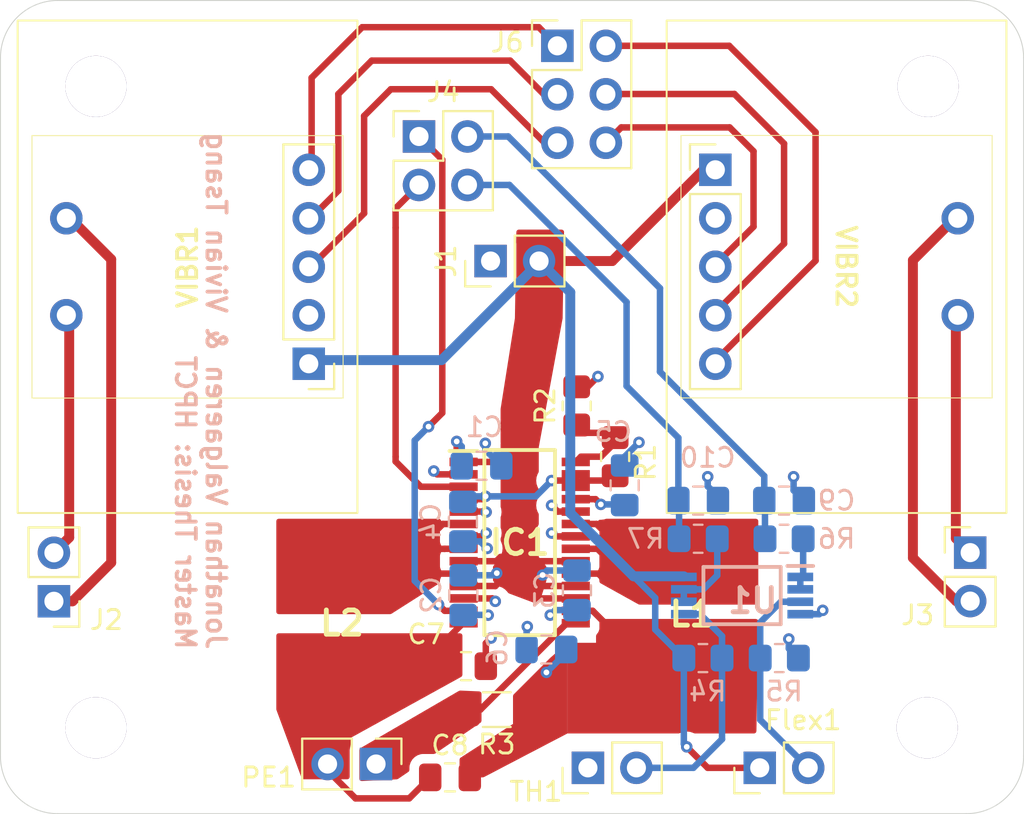
<source format=kicad_pcb>
(kicad_pcb (version 20240108) (generator "pcbnew") (generator_version "8.0")
  (layers (0 "F.Cu" signal) (1 "In1.Cu" signal) (2 "In2.Cu" signal) (31 "B.Cu" signal) (34 "B.Paste" user) (35 "F.Paste" user) (36 "B.SilkS" user "B.Silkscreen") (37 "F.SilkS" user "F.Silkscreen") (38 "B.Mask" user) (39 "F.Mask" user) (44 "Edge.Cuts" user))
  (net 0 "")
  (net 1 "PVDD1")
  (net 2 "GND")
  (net 3 "REF")
  (net 4 "COMP")
  (net 5 "/LX2")
  (net 6 "MAXV")
  (net 7 "FLEX_OUT")
  (net 8 "TEMP_OUT")
  (net 9 "TEMP_IN")
  (net 10 "ITEC_OUT")
  (net 11 "Net-(U1B-+)")
  (net 12 "Net-(U1A-+)")
  (net 13 "Net-(U1A--)")
  (net 14 "Net-(U1B--)")
  (net 15 "/LX1")
  (net 16 "/OS2")
  (net 17 "/OS1")
  (net 18 "/CS")
  (net 19 "Net-(J2-Pin_2)")
  (net 20 "Net-(J2-Pin_1)")
  (net 21 "Net-(J3-Pin_2)")
  (net 22 "Net-(J3-Pin_1)")
  (net 23 "VIBR1_INT")
  (net 24 "VIBR2_SDA")
  (net 25 "VIBR1_SDA")
  (net 26 "VIBR1_SCL")
  (net 27 "VIBR2_INT")
  (net 28 "VIBR2_SCL")
  (footprint "HapticDriver:DRV2605l" (layer "F.Cu") (at 122.7 89.35 90)
    (property "Reference" "VIBR1" (at 0 0 90) (layer "F.SilkS") (effects (font (thickness 0.2) (bold yes))))
    (property "Value" "~" (hide yes))
    (pad "1" thru_hole rect (at -5.08 6.35 180) (size 1.7 1.7) (drill 1) (layers "*.Cu" "*.Mask") (net 1 "PVDD1"))
    (pad "2" thru_hole oval (at -2.54 6.35 180) (size 1.7 1.7) (drill 1) (layers "*.Cu" "*.Mask") (net 2 "GND"))
    (pad "3" thru_hole oval (at 0 6.35 180) (size 1.7 1.7) (drill 1) (layers "*.Cu" "*.Mask") (net 26 "VIBR1_SCL"))
    (pad "4" thru_hole oval (at 2.54 6.35 180) (size 1.7 1.7) (drill 1) (layers "*.Cu" "*.Mask") (net 25 "VIBR1_SDA"))
    (pad "5" thru_hole oval (at 5.08 6.35 180) (size 1.7 1.7) (drill 1) (layers "*.Cu" "*.Mask") (net 23 "VIBR1_INT"))
    (pad "6" thru_hole oval (at -2.54 -6.35 180) (size 1.7 1.7) (drill 1) (layers "*.Cu" "*.Mask") (net 19 "Net-(J2-Pin_2)"))
    (pad "7" thru_hole oval (at 2.54 -6.35 180) (size 1.7 1.7) (drill 1) (layers "*.Cu" "*.Mask") (net 20 "Net-(J2-Pin_1)"))
  )
  (footprint "MountingHole:MountingHole_3.2mm_M3" (layer "F.Cu") (at 117.9 79.9)
    (property "Reference" "REF**" (hide yes))
    (property "Value" "MountingHole_3.2mm_M3" (hide yes))
    (pad "" thru_hole circle (at 0 0) (size 3.2 3.2) (drill 3.2) (layers "*.Cu" "*.Mask"))
  )
  (footprint "MAX1968EUI+T:SOP65P640X110-28N" (layer "F.Cu") (at 140.1 103.8)
    (property "Reference" "IC1" (at 0 0 0) (layer "F.SilkS") (effects (font (size 1.27 1.27) (thickness 0.254))))
    (property "Value" "MAX1968EUI+T" (hide yes))
    (pad "1" smd rect (at -2.938 -4.225 90) (size 0.45 1.475) (layers "F.Cu" "F.Paste" "F.Mask") (net 1 "PVDD1"))
    (pad "2" smd rect (at -2.938 -3.575 90) (size 0.45 1.475) (layers "F.Cu" "F.Paste" "F.Mask") (net 2 "GND"))
    (pad "3" smd rect (at -2.938 -2.925 90) (size 0.45 1.475) (layers "F.Cu" "F.Paste" "F.Mask") (net 9 "TEMP_IN"))
    (pad "4" smd rect (at -2.938 -2.275 90) (size 0.45 1.475) (layers "F.Cu" "F.Paste" "F.Mask") (net 3 "REF"))
    (pad "5" smd rect (at -2.938 -1.625 90) (size 0.45 1.475) (layers "F.Cu" "F.Paste" "F.Mask") (net 2 "GND"))
    (pad "6" smd rect (at -2.938 -0.975 90) (size 0.45 1.475) (layers "F.Cu" "F.Paste" "F.Mask") (net 5 "/LX2"))
    (pad "7" smd rect (at -2.938 -0.325 90) (size 0.45 1.475) (layers "F.Cu" "F.Paste" "F.Mask") (net 2 "GND"))
    (pad "8" smd rect (at -2.938 0.325 90) (size 0.45 1.475) (layers "F.Cu" "F.Paste" "F.Mask") (net 5 "/LX2"))
    (pad "9" smd rect (at -2.938 0.975 90) (size 0.45 1.475) (layers "F.Cu" "F.Paste" "F.Mask") (net 1 "PVDD1"))
    (pad "10" smd rect (at -2.938 1.625 90) (size 0.45 1.475) (layers "F.Cu" "F.Paste" "F.Mask") (net 5 "/LX2"))
    (pad "11" smd rect (at -2.938 2.275 90) (size 0.45 1.475) (layers "F.Cu" "F.Paste" "F.Mask") (net 1 "PVDD1"))
    (pad "12" smd rect (at -2.938 2.925 90) (size 0.45 1.475) (layers "F.Cu" "F.Paste" "F.Mask") (net 2 "GND"))
    (pad "13" smd rect (at -2.938 3.575 90) (size 0.45 1.475) (layers "F.Cu" "F.Paste" "F.Mask") (net 10 "ITEC_OUT"))
    (pad "14" smd rect (at -2.938 4.225 90) (size 0.45 1.475) (layers "F.Cu" "F.Paste" "F.Mask") (net 16 "/OS2"))
    (pad "15" smd rect (at 2.938 4.225 90) (size 0.45 1.475) (layers "F.Cu" "F.Paste" "F.Mask") (net 17 "/OS1"))
    (pad "16" smd rect (at 2.938 3.575 90) (size 0.45 1.475) (layers "F.Cu" "F.Paste" "F.Mask") (net 18 "/CS"))
    (pad "17" smd rect (at 2.938 2.925 90) (size 0.45 1.475) (layers "F.Cu" "F.Paste" "F.Mask") (net 1 "PVDD1"))
    (pad "18" smd rect (at 2.938 2.275 90) (size 0.45 1.475) (layers "F.Cu" "F.Paste" "F.Mask") (net 1 "PVDD1"))
    (pad "19" smd rect (at 2.938 1.625 90) (size 0.45 1.475) (layers "F.Cu" "F.Paste" "F.Mask") (net 15 "/LX1"))
    (pad "20" smd rect (at 2.938 0.975 90) (size 0.45 1.475) (layers "F.Cu" "F.Paste" "F.Mask") (net 1 "PVDD1"))
    (pad "21" smd rect (at 2.938 0.325 90) (size 0.45 1.475) (layers "F.Cu" "F.Paste" "F.Mask") (net 15 "/LX1"))
    (pad "22" smd rect (at 2.938 -0.325 90) (size 0.45 1.475) (layers "F.Cu" "F.Paste" "F.Mask") (net 2 "GND"))
    (pad "23" smd rect (at 2.938 -0.975 90) (size 0.45 1.475) (layers "F.Cu" "F.Paste" "F.Mask") (net 15 "/LX1"))
    (pad "24" smd rect (at 2.938 -1.625 90) (size 0.45 1.475) (layers "F.Cu" "F.Paste" "F.Mask") (net 2 "GND"))
    (pad "25" smd rect (at 2.938 -2.275 90) (size 0.45 1.475) (layers "F.Cu" "F.Paste" "F.Mask") (net 4 "COMP"))
    (pad "26" smd rect (at 2.938 -2.925 90) (size 0.45 1.475) (layers "F.Cu" "F.Paste" "F.Mask") (net 3 "REF"))
    (pad "27" smd rect (at 2.938 -3.575 90) (size 0.45 1.475) (layers "F.Cu" "F.Paste" "F.Mask") (net 3 "REF"))
    (pad "28" smd rect (at 2.938 -4.225 90) (size 0.45 1.475) (layers "F.Cu" "F.Paste" "F.Mask") (net 6 "MAXV"))
  )
  (footprint "Capacitor_SMD:C_0805_2012Metric_Pad1.18x1.45mm_HandSolder" (layer "F.Cu") (at 136.45 116.1)
    (property "Reference" "C8" (at 0 -1.68 0) (layer "F.SilkS"))
    (property "Value" "10µF" (hide yes))
    (pad "1" smd roundrect (at -1.0375 0) (size 1.175 1.45) (layers "F.Cu" "F.Paste" "F.Mask") (roundrect_rratio 0.212766) (net 16 "/OS2"))
    (pad "2" smd roundrect (at 1.0375 0) (size 1.175 1.45) (layers "F.Cu" "F.Paste" "F.Mask") (roundrect_rratio 0.212766) (net 18 "/CS"))
  )
  (footprint "Connector_PinHeader_2.54mm:PinHeader_1x02_P2.54mm_Vertical" (layer "F.Cu") (at 115.7 106.875 180)
    (property "Reference" "J2" (at -2.75 -0.975 0) (layer "F.SilkS"))
    (property "Value" "VIBR1" (hide yes))
    (pad "1" thru_hole rect (at 0 0 180) (size 1.7 1.7) (drill 1) (layers "*.Cu" "*.Mask") (net 20 "Net-(J2-Pin_1)"))
    (pad "2" thru_hole oval (at 0 2.54 180) (size 1.7 1.7) (drill 1) (layers "*.Cu" "*.Mask") (net 19 "Net-(J2-Pin_2)"))
  )
  (footprint "Resistor_SMD:R_0805_2012Metric_Pad1.20x1.40mm_HandSolder" (layer "F.Cu") (at 145.1 99.3 90)
    (property "Reference" "R1" (at -0.3 1.6 90) (layer "F.SilkS"))
    (property "Value" "50k" (hide yes))
    (pad "1" smd roundrect (at -1 0 90) (size 1.2 1.4) (layers "F.Cu" "F.Paste" "F.Mask") (roundrect_rratio 0.208333) (net 3 "REF"))
    (pad "2" smd roundrect (at 1 0 90) (size 1.2 1.4) (layers "F.Cu" "F.Paste" "F.Mask") (roundrect_rratio 0.208333) (net 6 "MAXV"))
  )
  (footprint "Connector_PinHeader_2.54mm:PinHeader_1x02_P2.54mm_Vertical" (layer "F.Cu") (at 152.675 115.6 90)
    (property "Reference" "Flex1" (at 2.5 2.275 180) (layer "F.SilkS"))
    (property "Value" "20k - 50k" (hide yes))
    (pad "1" thru_hole rect (at 0 0 90) (size 1.7 1.7) (drill 1) (layers "*.Cu" "*.Mask") (net 1 "PVDD1"))
    (pad "2" thru_hole oval (at 0 2.54 90) (size 1.7 1.7) (drill 1) (layers "*.Cu" "*.Mask") (net 12 "Net-(U1A-+)"))
  )
  (footprint "Connector_PinHeader_2.54mm:PinHeader_1x02_P2.54mm_Vertical" (layer "F.Cu") (at 143.675 115.6 90)
    (property "Reference" "TH1" (at -1.25 -2.725 0) (layer "F.SilkS"))
    (property "Value" "Thermistor_NTC" (hide yes))
    (pad "1" thru_hole rect (at 0 0 90) (size 1.7 1.7) (drill 1) (layers "*.Cu" "*.Mask") (net 2 "GND"))
    (pad "2" thru_hole oval (at 0 2.54 90) (size 1.7 1.7) (drill 1) (layers "*.Cu" "*.Mask") (net 11 "Net-(U1B-+)"))
  )
  (footprint "Connector_PinHeader_2.54mm:PinHeader_2x02_P2.54mm_Vertical" (layer "F.Cu") (at 134.825 82.525)
    (property "Reference" "J4" (at 1.27 -2.33 0) (layer "F.SilkS"))
    (property "Value" "Temperature Control & Flex Sensor" (hide yes))
    (pad "1" thru_hole rect (at 0 0) (size 1.7 1.7) (drill 1) (layers "*.Cu" "*.Mask") (net 10 "ITEC_OUT"))
    (pad "2" thru_hole oval (at 2.54 0) (size 1.7 1.7) (drill 1) (layers "*.Cu" "*.Mask") (net 7 "FLEX_OUT"))
    (pad "3" thru_hole oval (at 0 2.54) (size 1.7 1.7) (drill 1) (layers "*.Cu" "*.Mask") (net 9 "TEMP_IN"))
    (pad "4" thru_hole oval (at 2.54 2.54) (size 1.7 1.7) (drill 1) (layers "*.Cu" "*.Mask") (net 8 "TEMP_OUT"))
  )
  (footprint "Coil_VLS6045:VLS6045" (layer "F.Cu") (at 130.788 108.025 -90)
    (property "Reference" "L2" (at 0 0 180) (layer "F.SilkS") (effects (font (size 1.27 1.27) (thickness 0.254))))
    (property "Value" "3.3µH" (hide yes))
    (pad "1" smd rect (at -2.175 0 270) (size 2.05 5.1) (layers "F.Cu" "F.Paste" "F.Mask") (net 5 "/LX2"))
    (pad "2" smd rect (at 2.175 0 270) (size 2.05 5.1) (layers "F.Cu" "F.Paste" "F.Mask") (net 16 "/OS2"))
  )
  (footprint "Capacitor_SMD:C_0805_2012Metric_Pad1.18x1.45mm_HandSolder" (layer "F.Cu") (at 137.288 110.275)
    (property "Reference" "C7" (at -2.088 -1.675 0) (layer "F.SilkS"))
    (property "Value" "1µF" (hide yes))
    (pad "1" smd roundrect (at -1.0375 0) (size 1.175 1.45) (layers "F.Cu" "F.Paste" "F.Mask") (roundrect_rratio 0.212766) (net 16 "/OS2"))
    (pad "2" smd roundrect (at 1.0375 0) (size 1.175 1.45) (layers "F.Cu" "F.Paste" "F.Mask") (roundrect_rratio 0.212766) (net 2 "GND"))
  )
  (footprint "Connector_PinHeader_2.54mm:PinHeader_2x03_P2.54mm_Vertical" (layer "F.Cu") (at 142.075 77.775)
    (property "Reference" "J6" (at -2.625 -0.175 0) (layer "F.SilkS"))
    (property "Value" "Haptic Motors" (hide yes))
    (pad "1" thru_hole rect (at 0 0) (size 1.7 1.7) (drill 1) (layers "*.Cu" "*.Mask") (net 23 "VIBR1_INT"))
    (pad "2" thru_hole oval (at 2.54 0) (size 1.7 1.7) (drill 1) (layers "*.Cu" "*.Mask") (net 27 "VIBR2_INT"))
    (pad "3" thru_hole oval (at 0 2.54) (size 1.7 1.7) (drill 1) (layers "*.Cu" "*.Mask") (net 25 "VIBR1_SDA"))
    (pad "4" thru_hole oval (at 2.54 2.54) (size 1.7 1.7) (drill 1) (layers "*.Cu" "*.Mask") (net 24 "VIBR2_SDA"))
    (pad "5" thru_hole oval (at 0 5.08) (size 1.7 1.7) (drill 1) (layers "*.Cu" "*.Mask") (net 26 "VIBR1_SCL"))
    (pad "6" thru_hole oval (at 2.54 5.08) (size 1.7 1.7) (drill 1) (layers "*.Cu" "*.Mask") (net 28 "VIBR2_SCL"))
  )
  (footprint "Connector_PinHeader_2.54mm:PinHeader_1x02_P2.54mm_Vertical" (layer "F.Cu") (at 132.575 115.4 -90)
    (property "Reference" "PE1" (at 0.7 5.625 180) (layer "F.SilkS"))
    (property "Value" "PeltierElement" (hide yes))
    (pad "1" thru_hole rect (at 0 0 270) (size 1.7 1.7) (drill 1) (layers "*.Cu" "*.Mask") (net 17 "/OS1"))
    (pad "2" thru_hole oval (at 0 2.54 270) (size 1.7 1.7) (drill 1) (layers "*.Cu" "*.Mask") (net 16 "/OS2"))
  )
  (footprint "HapticDriver:DRV2605l" (layer "F.Cu") (at 156.7 89.35 -90)
    (property "Reference" "VIBR2" (at 0 -0.5 -90) (layer "F.SilkS") (effects (font (thickness 0.2) (bold yes))))
    (property "Value" "~" (hide yes))
    (pad "1" thru_hole rect (at -5.08 6.35) (size 1.7 1.7) (drill 1) (layers "*.Cu" "*.Mask") (net 1 "PVDD1"))
    (pad "2" thru_hole oval (at -2.54 6.35) (size 1.7 1.7) (drill 1) (layers "*.Cu" "*.Mask") (net 2 "GND"))
    (pad "3" thru_hole oval (at 0 6.35) (size 1.7 1.7) (drill 1) (layers "*.Cu" "*.Mask") (net 28 "VIBR2_SCL"))
    (pad "4" thru_hole oval (at 2.54 6.35) (size 1.7 1.7) (drill 1) (layers "*.Cu" "*.Mask") (net 24 "VIBR2_SDA"))
    (pad "5" thru_hole oval (at 5.08 6.35) (size 1.7 1.7) (drill 1) (layers "*.Cu" "*.Mask") (net 27 "VIBR2_INT"))
    (pad "6" thru_hole oval (at -2.54 -6.35) (size 1.7 1.7) (drill 1) (layers "*.Cu" "*.Mask") (net 21 "Net-(J3-Pin_2)"))
    (pad "7" thru_hole oval (at 2.54 -6.35) (size 1.7 1.7) (drill 1) (layers "*.Cu" "*.Mask") (net 22 "Net-(J3-Pin_1)"))
  )
  (footprint "Connector_PinHeader_2.54mm:PinHeader_1x02_P2.54mm_Vertical" (layer "F.Cu") (at 138.575 89.05 90)
    (property "Reference" "J1" (at 0 -2.33 90) (layer "F.SilkS"))
    (property "Value" "Power" (hide yes))
    (pad "1" thru_hole rect (at 0 0 90) (size 1.7 1.7) (drill 1) (layers "*.Cu" "*.Mask") (net 2 "GND"))
    (pad "2" thru_hole oval (at 0 2.54 90) (size 1.7 1.7) (drill 1) (layers "*.Cu" "*.Mask") (net 1 "PVDD1"))
  )
  (footprint "Resistor_SMD:R_1206_3216Metric_Pad1.30x1.75mm_HandSolder" (layer "F.Cu") (at 138.9 112.55 180)
    (property "Reference" "R3" (at 0 -1.82 0) (layer "F.SilkS"))
    (property "Value" "50m")
    (pad "1" smd roundrect (at -1.55 0 180) (size 1.3 1.75) (layers "F.Cu" "F.Paste" "F.Mask") (roundrect_rratio 0.192308) (net 18 "/CS"))
    (pad "2" smd roundrect (at 1.55 0 180) (size 1.3 1.75) (layers "F.Cu" "F.Paste" "F.Mask") (roundrect_rratio 0.192308) (net 17 "/OS1"))
  )
  (footprint "Resistor_SMD:R_0805_2012Metric_Pad1.20x1.40mm_HandSolder" (layer "F.Cu") (at 143.086863 96.639693 90)
    (property "Reference" "R2" (at 0 -1.65 90) (layer "F.SilkS"))
    (property "Value" "100k" (hide yes))
    (pad "1" smd roundrect (at -1 0 90) (size 1.2 1.4) (layers "F.Cu" "F.Paste" "F.Mask") (roundrect_rratio 0.208333) (net 6 "MAXV"))
    (pad "2" smd roundrect (at 1 0 90) (size 1.2 1.4) (layers "F.Cu" "F.Paste" "F.Mask") (roundrect_rratio 0.208333) (net 2 "GND"))
  )
  (footprint "Connector_PinHeader_2.54mm:PinHeader_1x02_P2.54mm_Vertical" (layer "F.Cu") (at 163.7 104.325)
    (property "Reference" "J3" (at -2.75 3.275 0) (layer "F.SilkS"))
    (property "Value" "VIBR2" (hide yes))
    (pad "1" thru_hole rect (at 0 0) (size 1.7 1.7) (drill 1) (layers "*.Cu" "*.Mask") (net 22 "Net-(J3-Pin_1)"))
    (pad "2" thru_hole oval (at 0 2.54) (size 1.7 1.7) (drill 1) (layers "*.Cu" "*.Mask") (net 21 "Net-(J3-Pin_2)"))
  )
  (footprint "MountingHole:MountingHole_3.2mm_M3" (layer "F.Cu") (at 161.45 113.5)
    (property "Reference" "REF**" (hide yes))
    (property "Value" "MountingHole_3.2mm_M3" (hide yes))
    (pad "" thru_hole circle (at 0 0) (size 3.2 3.2) (drill 3.2) (layers "*.Cu" "*.Mask"))
  )
  (footprint "MountingHole:MountingHole_3.2mm_M3" (layer "F.Cu") (at 117.9 113.5)
    (property "Reference" "REF**" (hide yes))
    (property "Value" "MountingHole_3.2mm_M3" (hide yes))
    (pad "" thru_hole circle (at 0 0) (size 3.2 3.2) (drill 3.2) (layers "*.Cu" "*.Mask"))
  )
  (footprint "Coil_VLS6045:VLS6045" (layer "F.Cu") (at 149.1 107.55 -90)
    (property "Reference" "L1" (at 0 0 180) (layer "F.SilkS") (effects (font (size 1.27 1.27) (thickness 0.254))))
    (property "Value" "3.3µH" (hide yes))
    (pad "1" smd rect (at -2.175 0 270) (size 2.05 5.1) (layers "F.Cu" "F.Paste" "F.Mask") (net 15 "/LX1"))
    (pad "2" smd rect (at 2.175 0 270) (size 2.05 5.1) (layers "F.Cu" "F.Paste" "F.Mask") (net 18 "/CS"))
  )
  (footprint "MountingHole:MountingHole_3.2mm_M3" (layer "F.Cu") (at 161.5 79.9)
    (property "Reference" "REF**" (hide yes))
    (property "Value" "MountingHole_3.2mm_M3" (hide yes))
    (pad "" thru_hole circle (at 0 0) (size 3.2 3.2) (drill 3.2) (layers "*.Cu" "*.Mask"))
  )
  (footprint "Capacitor_SMD:C_0805_2012Metric_Pad1.18x1.45mm_HandSolder" (layer "B.Cu") (at 137.14696 106.55 -90)
    (property "Reference" "C2" (at 0 1.68 90) (layer "B.SilkS") (effects (justify mirror)))
    (property "Value" "1µF")
    (pad "1" smd roundrect (at -1.0375 0 270) (size 1.175 1.45) (layers "B.Cu" "B.Paste" "B.Mask") (roundrect_rratio 0.212766) (net 1 "PVDD1"))
    (pad "2" smd roundrect (at 1.0375 0 270) (size 1.175 1.45) (layers "B.Cu" "B.Paste" "B.Mask") (roundrect_rratio 0.212766) (net 2 "GND"))
  )
  (footprint "Resistor_SMD:R_0805_2012Metric_Pad1.20x1.40mm_HandSolder" (layer "B.Cu") (at 153.95 103.6 180)
    (property "Reference" "R6" (at -2.75 0 0) (layer "B.SilkS") (effects (justify mirror)))
    (property "Value" "100")
    (pad "1" smd roundrect (at -1 0 180) (size 1.2 1.4) (layers "B.Cu" "B.Paste" "B.Mask") (roundrect_rratio 0.208333) (net 13 "Net-(U1A--)"))
    (pad "2" smd roundrect (at 1 0 180) (size 1.2 1.4) (layers "B.Cu" "B.Paste" "B.Mask") (roundrect_rratio 0.208333) (net 7 "FLEX_OUT"))
  )
  (footprint "Capacitor_SMD:C_0805_2012Metric_Pad1.18x1.45mm_HandSolder" (layer "B.Cu") (at 153.95 101.6)
    (property "Reference" "C9" (at 2.75 0 180) (layer "B.SilkS") (effects (justify mirror)))
    (property "Value" "10nF")
    (pad "1" smd roundrect (at -1.0375 0) (size 1.175 1.45) (layers "B.Cu" "B.Paste" "B.Mask") (roundrect_rratio 0.212766) (net 7 "FLEX_OUT"))
    (pad "2" smd roundrect (at 1.0375 0) (size 1.175 1.45) (layers "B.Cu" "B.Paste" "B.Mask") (roundrect_rratio 0.212766) (net 2 "GND"))
  )
  (footprint "Resistor_SMD:R_0805_2012Metric_Pad1.20x1.40mm_HandSolder" (layer "B.Cu") (at 153.7 109.85)
    (property "Reference" "R5" (at 0.25 1.75 0) (layer "B.SilkS") (effects (justify mirror)))
    (property "Value" "32.5k")
    (pad "1" smd roundrect (at -1 0) (size 1.2 1.4) (layers "B.Cu" "B.Paste" "B.Mask") (roundrect_rratio 0.208333) (net 12 "Net-(U1A-+)"))
    (pad "2" smd roundrect (at 1 0) (size 1.2 1.4) (layers "B.Cu" "B.Paste" "B.Mask") (roundrect_rratio 0.208333) (net 2 "GND"))
  )
  (footprint "Capacitor_SMD:C_0805_2012Metric_Pad1.18x1.45mm_HandSolder" (layer "B.Cu") (at 138.1 99.775)
    (property "Reference" "C1" (at 0.15 -2.025 180) (layer "B.SilkS") (effects (justify mirror)))
    (property "Value" "1µF")
    (pad "1" smd roundrect (at -1.0375 0) (size 1.175 1.45) (layers "B.Cu" "B.Paste" "B.Mask") (roundrect_rratio 0.212766) (net 1 "PVDD1"))
    (pad "2" smd roundrect (at 1.0375 0) (size 1.175 1.45) (layers "B.Cu" "B.Paste" "B.Mask") (roundrect_rratio 0.212766) (net 2 "GND"))
  )
  (footprint "Capacitor_SMD:C_0805_2012Metric_Pad1.18x1.45mm_HandSolder" (layer "B.Cu") (at 145.6 100.8 90)
    (property "Reference" "C5" (at 2.8 -0.6 0) (layer "B.SilkS") (effects (justify mirror)))
    (property "Value" "0.01µF")
    (pad "1" smd roundrect (at -1.0375 0 90) (size 1.175 1.45) (layers "B.Cu" "B.Paste" "B.Mask") (roundrect_rratio 0.212766) (net 4 "COMP"))
    (pad "2" smd roundrect (at 1.0375 0 90) (size 1.175 1.45) (layers "B.Cu" "B.Paste" "B.Mask") (roundrect_rratio 0.212766) (net 2 "GND"))
  )
  (footprint "Capacitor_SMD:C_0805_2012Metric_Pad1.18x1.45mm_HandSolder" (layer "B.Cu") (at 137.125925 102.701389 -90)
    (property "Reference" "C4" (at 0 1.68 90) (layer "B.SilkS") (effects (justify mirror)))
    (property "Value" "1µF" (hide yes))
    (pad "1" smd roundrect (at -1.0375 0 270) (size 1.175 1.45) (layers "B.Cu" "B.Paste" "B.Mask") (roundrect_rratio 0.212766) (net 3 "REF"))
    (pad "2" smd roundrect (at 1.0375 0 270) (size 1.175 1.45) (layers "B.Cu" "B.Paste" "B.Mask") (roundrect_rratio 0.212766) (net 2 "GND"))
  )
  (footprint "Capacitor_SMD:C_0805_2012Metric_Pad1.18x1.45mm_HandSolder" (layer "B.Cu") (at 149.45 101.6)
    (property "Reference" "C10" (at 0.5 -2.25 180) (layer "B.SilkS") (effects (justify mirror)))
    (property "Value" "10nF")
    (pad "1" smd roundrect (at -1.0375 0) (size 1.175 1.45) (layers "B.Cu" "B.Paste" "B.Mask") (roundrect_rratio 0.212766) (net 8 "TEMP_OUT"))
    (pad "2" smd roundrect (at 1.0375 0) (size 1.175 1.45) (layers "B.Cu" "B.Paste" "B.Mask") (roundrect_rratio 0.212766) (net 2 "GND"))
  )
  (footprint "Resistor_SMD:R_0805_2012Metric_Pad1.20x1.40mm_HandSolder" (layer "B.Cu") (at 149.45 103.6 180)
    (property "Reference" "R7" (at 2.75 0 0) (layer "B.SilkS") (effects (justify mirror)))
    (property "Value" "100")
    (pad "1" smd roundrect (at -1 0 180) (size 1.2 1.4) (layers "B.Cu" "B.Paste" "B.Mask") (roundrect_rratio 0.208333) (net 14 "Net-(U1B--)"))
    (pad "2" smd roundrect (at 1 0 180) (size 1.2 1.4) (layers "B.Cu" "B.Paste" "B.Mask") (roundrect_rratio 0.208333) (net 8 "TEMP_OUT"))
  )
  (footprint "Capacitor_SMD:C_0805_2012Metric_Pad1.18x1.45mm_HandSolder" (layer "B.Cu") (at 141.5 109.4 180)
    (property "Reference" "C6" (at 2.572791 0.087803 90) (layer "B.SilkS") (effects (justify mirror)))
    (property "Value" "1µF" (hide yes))
    (pad "1" smd roundrect (at -1.0375 0 180) (size 1.175 1.45) (layers "B.Cu" "B.Paste" "B.Mask") (roundrect_rratio 0.212766) (net 18 "/CS"))
    (pad "2" smd roundrect (at 1.0375 0 180) (size 1.175 1.45) (layers "B.Cu" "B.Paste" "B.Mask") (roundrect_rratio 0.212766) (net 2 "GND"))
  )
  (footprint "Resistor_SMD:R_0805_2012Metric_Pad1.20x1.40mm_HandSolder" (layer "B.Cu") (at 149.7 109.85)
    (property "Reference" "R4" (at 0.25 1.75 0) (layer "B.SilkS") (effects (justify mirror)))
    (property "Value" "50k")
    (pad "1" smd roundrect (at -1 0) (size 1.2 1.4) (layers "B.Cu" "B.Paste" "B.Mask") (roundrect_rratio 0.208333) (net 1 "PVDD1"))
    (pad "2" smd roundrect (at 1 0) (size 1.2 1.4) (layers "B.Cu" "B.Paste" "B.Mask") (roundrect_rratio 0.208333) (net 11 "Net-(U1B-+)"))
  )
  (footprint "LM358:SOP65P640X135-8N" (layer "B.Cu") (at 151.75 106.575 180)
    (property "Reference" "U1" (at -0.562 -0.275 0) (layer "B.SilkS") (effects (font (size 1.27 1.27) (thickness 0.254)) (justify mirror)))
    (property "Value" "LM358" (hide yes))
    (pad "1" smd rect (at -3.05 0.975 90) (size 0.45 1.35) (layers "B.Cu" "B.Paste" "B.Mask") (net 13 "Net-(U1A--)"))
    (pad "2" smd rect (at -3.05 0.325 90) (size 0.45 1.35) (layers "B.Cu" "B.Paste" "B.Mask") (net 13 "Net-(U1A--)"))
    (pad "3" smd rect (at -3.05 -0.325 90) (size 0.45 1.35) (layers "B.Cu" "B.Paste" "B.Mask") (net 12 "Net-(U1A-+)"))
    (pad "4" smd rect (at -3.05 -0.975 90) (size 0.45 1.35) (layers "B.Cu" "B.Paste" "B.Mask") (net 2 "GND"))
    (pad "5" smd rect (at 3.05 -0.975 90) (size 0.45 1.35) (layers "B.Cu" "B.Paste" "B.Mask") (net 11 "Net-(U1B-+)"))
    (pad "6" smd rect (at 3.05 -0.325 90) (size 0.45 1.35) (layers "B.Cu" "B.Paste" "B.Mask") (net 14 "Net-(U1B--)"))
    (pad "7" smd rect (at 3.05 0.325 90) (size 0.45 1.35) (layers "B.Cu" "B.Paste" "B.Mask") (net 14 "Net-(U1B--)"))
    (pad "8" smd rect (at 3.05 0.975 90) (size 0.45 1.35) (layers "B.Cu" "B.Paste" "B.Mask") (net 1 "PVDD1"))
  )
  (footprint "Capacitor_SMD:C_0805_2012Metric_Pad1.18x1.45mm_HandSolder" (layer "B.Cu") (at 143.1 106.3 -90)
    (property "Reference" "C3" (at 0 1.68 90) (layer "B.SilkS") (effects (justify mirror)))
    (property "Value" "1µF")
    (pad "1" smd roundrect (at -1.0375 0 270) (size 1.175 1.45) (layers "B.Cu" "B.Paste" "B.Mask") (roundrect_rratio 0.212766) (net 1 "PVDD1"))
    (pad "2" smd roundrect (at 1.0375 0 270) (size 1.175 1.45) (layers "B.Cu" "B.Paste" "B.Mask") (roundrect_rratio 0.212766) (net 2 "GND"))
  )
  (gr_line (start 166.5 78.4) (end 166.5 115) (stroke (width 0.05)) (layer "Edge.Cuts"))
  (gr_arc (start 163.5 75.4) (mid 165.62132 76.27868) (end 166.5 78.4) (stroke (width 0.05)) (layer "Edge.Cuts"))
  (gr_line (start 115.9 75.4) (end 163.5 75.4) (stroke (width 0.05)) (layer "Edge.Cuts"))
  (gr_line (start 112.9 115) (end 112.9 78.4) (stroke (width 0.05)) (layer "Edge.Cuts"))
  (gr_arc (start 166.5 115) (mid 165.62132 117.12132) (end 163.5 118) (stroke (width 0.05)) (layer "Edge.Cuts"))
  (gr_arc (start 112.9 78.4) (mid 113.77868 76.27868) (end 115.9 75.4) (stroke (width 0.05)) (layer "Edge.Cuts"))
  (gr_arc (start 115.9 118) (mid 113.77868 117.12132) (end 112.9 115) (stroke (width 0.05)) (layer "Edge.Cuts"))
  (gr_line (start 163.5 118) (end 115.9 118) (stroke (width 0.05)) (layer "Edge.Cuts"))
  (gr_text "Jonathan Valgaeren & Vivian Tsang\nMaster Thesis: HPCT" (at 122 109.5 270) (layer "B.SilkS") (effects (font (size 1 1) (thickness 0.2) (bold yes)) (justify left bottom mirror)))
  (segment (start 138.875 104.775) (end 139.1 104.55) (width 0.34) (layer "F.Cu") (net 1))
  (segment (start 140.775 106.725) (end 140.6 106.55) (width 0.34) (layer "F.Cu") (net 1))
  (segment (start 139.075 99.575) (end 139.1 99.55) (width 0.34) (layer "F.Cu") (net 1))
  (segment (start 140.825 104.775) (end 140.6 104.55) (width 0.34) (layer "F.Cu") (net 1))
  (segment (start 140.875 106.075) (end 140.6 105.8) (width 0.34) (layer "F.Cu") (net 1))
  (segment (start 141.115 89.05) (end 144.95 89.05) (width 0.52) (layer "F.Cu") (net 1))
  (segment (start 137.162 99.575) (end 139.075 99.575) (width 0.34) (layer "F.Cu") (net 1))
  (segment (start 149.95 115.6) (end 152.675 115.6) (width 0.34) (layer "F.Cu") (net 1))
  (segment (start 136.8 99.213) (end 137.162 99.575) (width 0.34) (layer "F.Cu") (net 1))
  (segment (start 143.038 104.775) (end 140.825 104.775) (width 0.34) (layer "F.Cu") (net 1))
  (segment (start 143.038 106.725) (end 140.775 106.725) (width 0.34) (layer "F.Cu") (net 1))
  (segment (start 143.038 106.075) (end 140.875 106.075) (width 0.34) (layer "F.Cu") (net 1))
  (segment (start 138.825 106.075) (end 139.1 105.8) (width 0.34) (layer "F.Cu") (net 1))
  (segment (start 137.162 106.075) (end 138.825 106.075) (width 0.34) (layer "F.Cu") (net 1))
  (segment (start 149.78 84.22) (end 150.25 84.22) (width 0.52) (layer "F.Cu") (net 1))
  (segment (start 137.162 104.775) (end 138.875 104.775) (width 0.34) (layer "F.Cu") (net 1))
  (segment (start 144.95 89.05) (end 149.78 84.22) (width 0.52) (layer "F.Cu") (net 1))
  (segment (start 136.8 98.5) (end 136.8 99.213) (width 0.34) (layer "F.Cu") (net 1))
  (segment (start 148.851238 114.501238) (end 149.95 115.6) (width 0.34) (layer "F.Cu") (net 1))
  (via (at 148.851238 114.501238) (size 0.6) (drill 0.3) (layers "F.Cu" "B.Cu") (net 1))
  (via (at 141.3 105.5) (size 0.6) (drill 0.3) (layers "F.Cu" "B.Cu") (net 1))
  (via (at 136.8 98.5) (size 0.6) (drill 0.3) (layers "F.Cu" "B.Cu") (net 1))
  (via (at 138.9 105.4) (size 0.6) (drill 0.3) (layers "F.Cu" "B.Cu") (net 1))
  (segment (start 138.7875 105.5125) (end 138.9 105.4) (width 0.34) (layer "B.Cu") (net 1))
  (segment (start 147.2 108.35) (end 147.2 106.7) (width 0.34) (layer "B.Cu") (net 1))
  (segment (start 136.8 98.5) (end 137.0625 98.7625) (width 0.34) (layer "B.Cu") (net 1))
  (segment (start 148.7 109.85) (end 147.2 108.35) (width 0.34) (layer "B.Cu") (net 1))
  (segment (start 141.115 89.135) (end 136.01 94.24) (width 0.52) (layer "B.Cu") (net 1))
  (segment (start 141.115 89.05) (end 141.115 89.135) (width 0.52) (layer "B.Cu") (net 1))
  (segment (start 142.75 102.25) (end 146.065 105.565) (width 0.52) (layer "B.Cu") (net 1))
  (segment (start 137.0625 98.7625) (end 137.0625 99.775) (width 0.34) (layer "B.Cu") (net 1))
  (segment (start 148.851238 114.501238) (end 148.7 114.35) (width 0.34) (layer "B.Cu") (net 1))
  (segment (start 129.34 94.24) (end 129.2 94.38) (width 0.52) (layer "B.Cu") (net 1))
  (segment (start 136.01 94.24) (end 129.34 94.24) (width 0.52) (layer "B.Cu") (net 1))
  (segment (start 141.115 89.05) (end 142.75 90.685) (width 0.52) (layer "B.Cu") (net 1))
  (segment (start 142.75 90.685) (end 142.75 102.25) (width 0.52) (layer "B.Cu") (net 1))
  (segment (start 148.7 114.35) (end 148.7 109.85) (width 0.34) (layer "B.Cu") (net 1))
  (segment (start 147.2 106.7) (end 146.065 105.565) (width 0.34) (layer "B.Cu") (net 1))
  (segment (start 141.5375 105.2625) (end 141.3 105.5) (width 0.34) (layer "B.Cu") (net 1))
  (segment (start 146.065 105.565) (end 148.7 105.565) (width 0.52) (layer "B.Cu") (net 1))
  (segment (start 137.14696 105.5125) (end 138.7875 105.5125) (width 0.34) (layer "B.Cu") (net 1))
  (segment (start 143.1 105.2625) (end 141.5375 105.2625) (width 0.34) (layer "B.Cu") (net 1))
  (segment (start 141.77 101.85) (end 142.095 102.175) (width 0.34) (layer "F.Cu") (net 2))
  (segment (start 135.775 100.225) (end 137.162 100.225) (width 0.34) (layer "F.Cu") (net 2))
  (segment (start 138.320194 102.175) (end 137.162 102.175) (width 0.34) (layer "F.Cu") (net 2))
  (segment (start 138.175 103.475) (end 137.162 103.475) (width 0.34) (layer "F.Cu") (net 2))
  (segment (start 142.095 102.175) (end 143.038 102.175) (width 0.34) (layer "F.Cu") (net 2))
  (segment (start 138.3255 109.0745) (end 138.6 108.8) (width 0.34) (layer "F.Cu") (net 2))
  (segment (start 138.3255 110.275) (end 138.3255 109.0745) (width 0.34) (layer "F.Cu") (net 2))
  (segment (start 141.945 103.475) (end 143.038 103.475) (width 0.34) (layer "F.Cu") (net 2))
  (segment (start 138.344511 102.199317) (end 138.320194 102.175) (width 0.34) (layer "F.Cu") (net 2))
  (segment (start 138.669355 106.725) (end 137.162 106.725) (width 0.34) (layer "F.Cu") (net 2))
  (segment (start 138.822257 106.877902) (end 138.669355 106.725) (width 0.34) (layer "F.Cu") (net 2))
  (segment (start 141.77 103.3) (end 141.945 103.475) (width 0.34) (layer "F.Cu") (net 2))
  (segment (start 135.775 100.225) (end 135.6 100.05) (width 0.34) (layer "F.Cu") (net 2))
  (segment (start 143.660307 95.639693) (end 144.2 95.1) (width 0.34) (layer "F.Cu") (net 2))
  (segment (start 138.35 103.3) (end 138.175 103.475) (width 0.34) (layer "F.Cu") (net 2))
  (segment (start 143.086863 95.639693) (end 143.660307 95.639693) (width 0.34) (layer "F.Cu") (net 2))
  (via (at 138.399502 104.105) (size 0.6) (drill 0.3) (layers "F.Cu" "B.Cu") (net 2))
  (via (at 138.6 108.8) (size 0.6) (drill 0.3) (layers "F.Cu" "B.Cu") (net 2))
  (via (at 144.2 95.1) (size 0.6) (drill 0.3) (layers "F.Cu" "B.Cu") (net 2))
  (via (at 141.77 101.85) (size 0.6) (drill 0.3) (layers "F.Cu" "B.Cu") (net 2))
  (via (at 141.7 107.6) (size 0.6) (drill 0.3) (layers "F.Cu" "B.Cu") (net 2))
  (via (at 146.35 98.55) (size 0.6) (drill 0.3) (layers "F.Cu" "B.Cu") (net 2))
  (via (at 149.95 100.35) (size 0.6) (drill 0.3) (layers "F.Cu" "B.Cu") (net 2))
  (via (at 154.2 108.85) (size 0.6) (drill 0.3) (layers "F.Cu" "B.Cu") (net 2))
  (via (at 140.5 108.2) (size 0.6) (drill 0.3) (layers "F.Cu" "B.Cu") (net 2))
  (via (at 135.6 100.05) (size 0.6) (drill 0.3) (layers "F.Cu" "B.Cu") (net 2))
  (via (at 138.45 107.6) (size 0.6) (drill 0.3) (layers "F.Cu" "B.Cu") (net 2))
  (via (at 138.344511 102.199317) (size 0.6) (drill 0.3) (layers "F.Cu" "B.Cu") (net 2))
  (via (at 154.45 100.35) (size 0.6) (drill 0.3) (layers "F.Cu" "B.Cu") (net 2))
  (via (at 138.822257 106.877902) (size 0.6) (drill 0.3) (layers "F.Cu" "B.Cu") (net 2))
  (via (at 138.35 103.3) (size 0.6) (drill 0.3) (layers "F.Cu" "B.Cu") (net 2))
  (via (at 138.3 98.6) (size 0.6) (drill 0.3) (layers "F.Cu" "B.Cu") (net 2))
  (via (at 155.975002 107.35) (size 0.6) (drill 0.3) (layers "F.Cu" "B.Cu") (net 2))
  (via (at 141.77 103.3) (size 0.6) (drill 0.3) (layers "F.Cu" "B.Cu") (net 2))
  (segment (start 137.125925 103.738889) (end 138.033391 103.738889) (width 0.34) (layer "B.Cu") (net 2))
  (segment (start 145.6 99.3) (end 146.35 98.55) (width 0.34) (layer "B.Cu") (net 2))
  (segment (start 155.845 107.480002) (end 155.845 107.495) (width 0.34) (layer "B.Cu") (net 2))
  (segment (start 154.45 100.35) (end 154.45 101.0625) (width 0.34) (layer "B.Cu") (net 2))
  (segment (start 154.2 109.35) (end 154.7 109.85) (width 0.34) (layer "B.Cu") (net 2))
  (segment (start 154.45 101.0625) (end 154.9875 101.6) (width 0.34) (layer "B.Cu") (net 2))
  (segment (start 155.975002 107.35) (end 155.845 107.480002) (width 0.34) (layer "B.Cu") (net 2))
  (segment (start 138.45 107.6) (end 138.4375 107.5875) (width 0.34) (layer "B.Cu") (net 2))
  (segment (start 143.1 107.3375) (end 141.9625 107.3375) (width 0.34) (layer "B.Cu") (net 2))
  (segment (start 150.4875 101.6) (end 150.4875 101.3875) (width 0.34) (layer "B.Cu") (net 2))
  (segment (start 150.4875 101.3875) (end 149.95 100.85) (width 0.34) (layer "B.Cu") (net 2))
  (segment (start 140.4625 109.4) (end 140.4625 108.2375) (width 0.34) (layer "B.Cu") (net 2))
  (segment (start 155.79 107.55) (end 154.8 107.55) (width 0.34) (layer "B.Cu") (net 2))
  (segment (start 141.9625 107.3375) (end 141.7 107.6) (width 0.34) (layer "B.Cu") (net 2))
  (segment (start 145.6 99.7625) (end 145.6 99.3) (width 0.34) (layer "B.Cu") (net 2))
  (segment (start 140.4625 108.2375) (end 140.5 108.2) (width 0.34) (layer "B.Cu") (net 2))
  (segment (start 138.3 98.6) (end 138.3 98.9375) (width 0.34) (layer "B.Cu") (net 2))
  (segment (start 138.033391 103.738889) (end 138.399502 104.105) (width 0.34) (layer "B.Cu") (net 2))
  (segment (start 138.3 98.6) (end 138.3625 98.6) (width 0.34) (layer "B.Cu") (net 2))
  (segment (start 155.845 107.495) (end 155.79 107.55) (width 0.34) (layer "B.Cu") (net 2))
  (segment (start 138.3 98.9375) (end 139.1375 99.775) (width 0.34) (layer "B.Cu") (net 2))
  (segment (start 138.4375 107.5875) (end 137.14696 107.5875) (width 0.34) (layer "B.Cu") (net 2))
  (segment (start 149.95 100.85) (end 149.95 100.35) (width 0.34) (layer "B.Cu") (net 2))
  (segment (start 154.2 108.85) (end 154.2 109.35) (width 0.34) (layer "B.Cu") (net 2))
  (segment (start 143.038 100.875) (end 143.038 100.225) (width 0.34) (layer "F.Cu") (net 3))
  (segment (start 138.16777 101.525) (end 137.162 101.525) (width 0.34) (layer "F.Cu") (net 3))
  (segment (start 143.363 100.55) (end 143.038 100.875) (width 0.34) (layer "F.Cu") (net 3))
  (segment (start 141.77 100.55) (end 142.713 100.55) (width 0.34) (layer "F.Cu") (net 3))
  (segment (start 142.713 100.55) (end 143.038 100.875) (width 0.34) (layer "F.Cu") (net 3))
  (segment (start 138.315739 101.377031) (end 138.16777 101.525) (width 0.34) (layer "F.Cu") (net 3))
  (segment (start 145.1 100.55) (end 143.363 100.55) (width 0.34) (layer "F.Cu") (net 3))
  (via (at 141.77 100.55) (size 0.6) (drill 0.3) (layers "F.Cu" "B.Cu") (net 3))
  (via (at 138.315739 101.377031) (size 0.6) (drill 0.3) (layers "F.Cu" "B.Cu") (net 3))
  (segment (start 141.77 100.55) (end 140.942969 101.377031) (width 0.34) (layer "B.Cu") (net 3))
  (segment (start 140.942969 101.377031) (end 138.315739 101.377031) (width 0.34) (layer "B.Cu") (net 3))
  (segment (start 137.412783 101.377031) (end 137.125925 101.663889) (width 0.34) (layer "B.Cu") (net 3))
  (segment (start 138.315739 101.377031) (end 137.412783 101.377031) (width 0.34) (layer "B.Cu") (net 3))
  (segment (start 143.038 101.525) (end 144.075 101.525) (width 0.34) (layer "F.Cu") (net 4))
  (segment (start 144.075 101.525) (end 144.35 101.8) (width 0.34) (layer "F.Cu") (net 4))
  (via (at 144.35 101.8) (size 0.6) (drill 0.3) (layers "F.Cu" "B.Cu") (net 4))
  (segment (start 145.5625 101.8) (end 145.6 101.8375) (width 0.34) (layer "B.Cu") (net 4))
  (segment (start 144.35 101.8) (end 145.5625 101.8) (width 0.34) (layer "B.Cu") (net 4))
  (segment (start 136.175 104.125) (end 136.171497 104.128503) (width 0.34) (layer "F.Cu") (net 5))
  (segment (start 137.162 104.125) (end 136.175 104.125) (width 0.34) (layer "F.Cu") (net 5))
  (segment (start 135.876654 105.425) (end 135.872058 105.420404) (width 0.34) (layer "F.Cu") (net 5))
  (segment (start 137.162 105.425) (end 135.876654 105.425) (width 0.34) (layer "F.Cu") (net 5))
  (segment (start 136.171497 104.128503) (end 135.872058 104.128503) (width 0.34) (layer "F.Cu") (net 5))
  (segment (start 136.075 102.825) (end 135.85 103.05) (width 0.34) (layer "F.Cu") (net 5))
  (segment (start 137.162 102.825) (end 136.075 102.825) (width 0.34) (layer "F.Cu") (net 5))
  (segment (start 144.35 99.3) (end 143.313 99.3) (width 0.34) (layer "F.Cu") (net 6))
  (segment (start 145.1 98.55) (end 144.35 99.3) (width 0.34) (layer "F.Cu") (net 6))
  (segment (start 143.313 99.3) (end 143.038 99.575) (width 0.34) (layer "F.Cu") (net 6))
  (segment (start 144.6 98.05) (end 143.49717 98.05) (width 0.34) (layer "F.Cu") (net 6))
  (segment (start 145.1 98.55) (end 144.6 98.05) (width 0.34) (layer "F.Cu") (net 6))
  (segment (start 142.588 99.575) (end 143.038 99.575) (width 0.2) (layer "F.Cu") (net 6))
  (segment (start 143.49717 98.05) (end 143.086863 97.639693) (width 0.34) (layer "F.Cu") (net 6))
  (segment (start 152.9125 100.3125) (end 147.45 94.85) (width 0.34) (layer "B.Cu") (net 7))
  (segment (start 139.5 82.525) (end 137.365 82.525) (width 0.34) (layer "B.Cu") (net 7))
  (segment (start 152.95 101.6375) (end 152.9125 101.6) (width 0.34) (layer "B.Cu") (net 7))
  (segment (start 147.45 90.475) (end 139.5 82.525) (width 0.34) (layer "B.Cu") (net 7))
  (segment (start 147.45 94.85) (end 147.45 90.475) (width 0.34) (layer "B.Cu") (net 7))
  (segment (start 152.9125 101.6) (end 152.9125 100.3125) (width 0.34) (layer "B.Cu") (net 7))
  (segment (start 152.95 103.6) (end 152.95 101.6375) (width 0.34) (layer "B.Cu") (net 7))
  (segment (start 139.565 85.065) (end 145.7 91.2) (width 0.34) (layer "B.Cu") (net 8))
  (segment (start 148.45 101.6375) (end 148.4125 101.6) (width 0.34) (layer "B.Cu") (net 8))
  (segment (start 148.45 103.6) (end 148.45 101.6375) (width 0.34) (layer "B.Cu") (net 8))
  (segment (start 148.4125 98.3125) (end 148.4125 101.6) (width 0.34) (layer "B.Cu") (net 8))
  (segment (start 145.7 91.2) (end 145.7 95.6) (width 0.34) (layer "B.Cu") (net 8))
  (segment (start 145.7 95.6) (end 148.4125 98.3125) (width 0.34) (layer "B.Cu") (net 8))
  (segment (start 137.365 85.065) (end 139.565 85.065) (width 0.34) (layer "B.Cu") (net 8))
  (segment (start 134.825 85.065) (end 133.6 86.29) (width 0.34) (layer "F.Cu") (net 9))
  (segment (start 134.925 100.875) (end 133.6 99.55) (width 0.34) (layer "F.Cu") (net 9))
  (segment (start 133.6 87.3) (end 133.6 99.3) (width 0.34) (layer "F.Cu") (net 9))
  (segment (start 133.6 99.55) (end 133.6 99.3) (width 0.34) (layer "F.Cu") (net 9))
  (segment (start 133.6 86.29) (end 133.6 87.3) (width 0.34) (layer "F.Cu") (net 9))
  (segment (start 137.162 100.875) (end 134.925 100.875) (width 0.34) (layer "F.Cu") (net 9))
  (segment (start 136.045 97.005) (end 136.045 83.745) (width 0.34) (layer "F.Cu") (net 10))
  (segment (start 136.045 83.745) (end 134.825 82.525) (width 0.34) (layer "F.Cu") (net 10))
  (segment (start 136.175 107.375) (end 137.162 107.375) (width 0.34) (layer "F.Cu") (net 10))
  (segment (start 135.325 97.725) (end 136.045 97.005) (width 0.34) (layer "F.Cu") (net 10))
  (segment (start 135.85 107.05) (end 136.175 107.375) (width 0.34) (layer "F.Cu") (net 10))
  (via (at 135.325 97.725) (size 0.6) (drill 0.3) (layers "F.Cu" "B.Cu") (net 10))
  (via (at 135.85 107.05) (size 0.6) (drill 0.3) (layers "F.Cu" "B.Cu") (net 10))
  (segment (start 134.6 105.8) (end 135.85 107.05) (width 0.34) (layer "B.Cu") (net 10))
  (segment (start 134.6 98.45) (end 134.6 105.8) (width 0.34) (layer "B.Cu") (net 10))
  (segment (start 135.325 97.725) (end 134.6 98.45) (width 0.34) (layer "B.Cu") (net 10))
  (segment (start 150.7 109.85) (end 150.7 108.7) (width 0.34) (layer "B.Cu") (net 11))
  (segment (start 150.7 109.85) (end 150.7 114.1) (width 0.34) (layer "B.Cu") (net 11))
  (segment (start 149.55 107.55) (end 148.7 107.55) (width 0.34) (layer "B.Cu") (net 11))
  (segment (start 149.2 115.6) (end 146.215 115.6) (width 0.34) (layer "B.Cu") (net 11))
  (segment (start 150.7 114.1) (end 149.2 115.6) (width 0.34) (layer "B.Cu") (net 11))
  (segment (start 150.7 108.7) (end 149.55 107.55) (width 0.34) (layer "B.Cu") (net 11))
  (segment (start 155.215 115.6) (end 152.7 113.085) (width 0.34) (layer "B.Cu") (net 12))
  (segment (start 154.8 106.9) (end 153.785 106.9) (width 0.34) (layer "B.Cu") (net 12))
  (segment (start 152.7 113.085) (end 152.7 109.85) (width 0.34) (layer "B.Cu") (net 12))
  (segment (start 153.785 106.9) (end 152.7 107.985) (width 0.34) (layer "B.Cu") (net 12))
  (segment (start 152.7 107.985) (end 152.7 109.85) (width 0.34) (layer "B.Cu") (net 12))
  (segment (start 154.8 105.6) (end 154.8 106.25) (width 0.34) (layer "B.Cu") (net 13))
  (segment (start 154.95 103.6) (end 154.95 105.45) (width 0.34) (layer "B.Cu") (net 13))
  (segment (start 154.95 105.45) (end 154.8 105.6) (width 0.34) (layer "B.Cu") (net 13))
  (segment (start 148.7 106.25) (end 149.715 106.25) (width 0.34) (layer "B.Cu") (net 14))
  (segment (start 150.45 105.515) (end 150.45 103.6) (width 0.34) (layer "B.Cu") (net 14))
  (segment (start 148.7 106.9) (end 148.7 106.25) (width 0.34) (layer "B.Cu") (net 14))
  (segment (start 149.715 106.25) (end 150.45 105.515) (width 0.34) (layer "B.Cu") (net 14))
  (segment (start 144.125 102.825) (end 144.35 103.05) (width 0.34) (layer "F.Cu") (net 15))
  (segment (start 143.038 104.125) (end 144.175 104.125) (width 0.34) (layer "F.Cu") (net 15))
  (segment (start 144.175 104.125) (end 144.35 104.3) (width 0.34) (layer "F.Cu") (net 15))
  (segment (start 143.038 105.425) (end 144.225 105.425) (width 0.34) (layer "F.Cu") (net 15))
  (segment (start 143.038 102.825) (end 144.125 102.825) (width 0.34) (layer "F.Cu") (net 15))
  (segment (start 144.225 105.425) (end 144.35 105.55) (width 0.34) (layer "F.Cu") (net 15))
  (segment (start 136.2505 108.8995) (end 136.2505 110.275) (width 0.34) (layer "F.Cu") (net 16))
  (segment (start 137.125 108.025) (end 136.2505 108.8995) (width 0.34) (layer "F.Cu") (net 16))
  (segment (start 130.035 115.735) (end 131.5 117.2) (width 0.34) (layer "F.Cu") (net 16))
  (segment (start 137.162 108.025) (end 137.125 108.025) (width 0.34) (layer "F.Cu") (net 16))
  (segment (start 131.5 117.2) (end 134.3125 117.2) (width 0.34) (layer "F.Cu") (net 16))
  (segment (start 134.3125 117.2) (end 135.4125 116.1) (width 0.34) (layer "F.Cu") (net 16))
  (segment (start 130.035 115.4) (end 130.035 115.735) (width 0.34) (layer "F.Cu") (net 16))
  (segment (start 138.04075 112.55) (end 137.35 112.55) (width 0.34) (layer "F.Cu") (net 17))
  (segment (start 142.56575 108.025) (end 138.04075 112.55) (width 0.34) (layer "F.Cu") (net 17))
  (segment (start 143.038 108.025) (end 142.825 108.025) (width 0.34) (layer "F.Cu") (net 17))
  (segment (start 143.038 108.025) (end 142.56575 108.025) (width 0.34) (layer "F.Cu") (net 17))
  (segment (start 143.038 107.375) (end 143.925 107.375) (width 0.34) (layer "F.Cu") (net 18))
  (segment (start 143.925 107.375) (end 144.6 108.05) (width 0.34) (layer "F.Cu") (net 18))
  (via (at 141.5 110.6) (size 0.6) (drill 0.3) (layers "F.Cu" "B.Cu") (net 18))
  (segment (start 142.5375 109.4) (end 142.5375 109.5625) (width 0.34) (layer "B.Cu") (net 18))
  (segment (start 142.5375 109.5625) (end 141.5 110.6) (width 0.34) (layer "B.Cu") (net 18))
  (segment (start 116.5 103.535) (end 115.7 104.335) (width 0.52) (layer "F.Cu") (net 19))
  (segment (start 116.5 91.84) (end 116.5 103.535) (width 0.52) (layer "F.Cu") (net 19))
  (segment (start 116.675 106.875) (end 115.7 106.875) (width 0.52) (layer "F.Cu") (net 20))
  (segment (start 118.7 88.96) (end 118.7 104.85) (width 0.52) (layer "F.Cu") (net 20))
  (segment (start 118.7 104.85) (end 116.675 106.875) (width 0.52) (layer "F.Cu") (net 20))
  (segment (start 116.5 86.76) (end 118.7 88.96) (width 0.52) (layer "F.Cu") (net 20))
  (segment (start 162.965 106.865) (end 163.7 106.865) (width 0.52) (layer "F.Cu") (net 21))
  (segment (start 162.95 86.76) (end 160.7 89.01) (width 0.52) (layer "F.Cu") (net 21))
  (segment (start 160.7 104.6) (end 162.965 106.865) (width 0.52) (layer "F.Cu") (net 21))
  (segment (start 160.7 89.01) (end 160.7 104.6) (width 0.52) (layer "F.Cu") (net 21))
  (segment (start 162.95 103.575) (end 163.7 104.325) (width 0.52) (layer "F.Cu") (net 22))
  (segment (start 162.95 91.84) (end 162.95 103.575) (width 0.52) (layer "F.Cu") (net 22))
  (segment (start 142.075 77.775) (end 141.1 76.8) (width 0.34) (layer "F.Cu") (net 23))
  (segment (start 129.2 79.45) (end 129.2 84.22) (width 0.34) (layer "F.Cu") (net 23))
  (segment (start 131.85 76.8) (end 129.2 79.45) (width 0.34) (layer "F.Cu") (net 23))
  (segment (start 141.1 76.8) (end 131.85 76.8) (width 0.34) (layer "F.Cu") (net 23))
  (segment (start 151.35 80.3) (end 153.95 82.9) (width 0.34) (layer "F.Cu") (net 24))
  (segment (start 144.6 80.3) (end 151.35 80.3) (width 0.34) (layer "F.Cu") (net 24))
  (segment (start 153.95 82.9) (end 153.95 88.14) (width 0.34) (layer "F.Cu") (net 24))
  (segment (start 144.615 80.315) (end 144.6 80.3) (width 0.34) (layer "F.Cu") (net 24))
  (segment (start 153.95 88.14) (end 150.25 91.84) (width 0.34) (layer "F.Cu") (net 24))
  (segment (start 130.6 80.3) (end 130.6 85.36) (width 0.34) (layer "F.Cu") (net 25))
  (segment (start 141.365 80.315) (end 139.6 78.55) (width 0.34) (layer "F.Cu") (net 25))
  (segment (start 142.075 80.315) (end 141.365 80.315) (width 0.34) (layer "F.Cu") (net 25))
  (segment (start 132.35 78.55) (end 130.6 80.3) (width 0.34) (layer "F.Cu") (net 25))
  (segment (start 130.6 85.36) (end 129.2 86.76) (width 0.34) (layer "F.Cu") (net 25))
  (segment (start 139.6 78.55) (end 132.35 78.55) (width 0.34) (layer "F.Cu") (net 25))
  (segment (start 131.95 86.55) (end 129.2 89.3) (width 0.34) (layer "F.Cu") (net 26))
  (segment (start 133.35 80.05) (end 131.95 81.45) (width 0.34) (layer "F.Cu") (net 26))
  (segment (start 131.95 81.45) (end 131.95 86.55) (width 0.34) (layer "F.Cu") (net 26))
  (segment (start 141.405 82.855) (end 138.6 80.05) (width 0.34) (layer "F.Cu") (net 26))
  (segment (start 138.6 80.05) (end 133.35 80.05) (width 0.34) (layer "F.Cu") (net 26))
  (segment (start 142.075 82.855) (end 141.405 82.855) (width 0.34) (layer "F.Cu") (net 26))
  (segment (start 144.615 77.775) (end 151.075 77.775) (width 0.34) (layer "F.Cu") (net 27))
  (segment (start 151.075 77.775) (end 155.6 82.3) (width 0.34) (layer "F.Cu") (net 27))
  (segment (start 155.6 89.03) (end 150.25 94.38) (width 0.34) (layer "F.Cu") (net 27))
  (segment (start 155.6 82.3) (end 155.6 89.03) (width 0.34) (layer "F.Cu") (net 27))
  (segment (start 150.3 89.3) (end 150.25 89.3) (width 0.34) (layer "F.Cu") (net 28))
  (segment (start 152.35 87.25) (end 150.3 89.3) (width 0.34) (layer "F.Cu") (net 28))
  (segment (start 152.35 83.3) (end 152.35 87.25) (width 0.34) (layer "F.Cu") (net 28))
  (segment (start 144.615 82.855) (end 145.42 82.05) (width 0.34) (layer "F.Cu") (net 28))
  (segment (start 145.42 82.05) (end 151.1 82.05) (width 0.34) (layer "F.Cu") (net 28))
  (segment (start 151.1 82.05) (end 152.35 83.3) (width 0.34) (layer "F.Cu") (net 28))
  (zone (net 15) (net_name "/LX1") (layer "F.Cu") (priority 7) (connect_pads yes (clearance 0.5)) (min_thickness 0.25) (fill yes (thermal_gap 0.5) (thermal_bridge_width 0.5))
    (polygon (pts (xy 144.1 102.55) (xy 144.1 105.8) (xy 146.35 107.05) (xy 152.6 107.05) (xy 152.6 102.55)))
  )
  (zone (net 16) (net_name "/OS2") (layer "F.Cu") (priority 10) (connect_pads yes (clearance 0.5)) (min_thickness 0.25) (fill yes (thermal_gap 0.5) (thermal_bridge_width 0.5))
    (polygon (pts (xy 127.35 108.55) (xy 137.1 108.55) (xy 137.1 110.8) (xy 131.3 114) (xy 131.3 114.6) (xy 131.3 116.2) (xy 128.7 116.2) (xy 127.35 112.55)))
  )
  (zone (net 1) (net_name "PVDD1") (layer "F.Cu") (priority 4) (connect_pads yes (clearance 0.5)) (min_thickness 0.25) (fill yes (thermal_gap 0.5) (thermal_bridge_width 0.5))
    (polygon (pts (xy 139.927424 87.403705) (xy 142.427424 87.403705) (xy 142.35 92.05) (xy 141.1 98.8) (xy 141.1 104.55) (xy 141.5 105.05) (xy 141.5 105.8) (xy 141.1 107.05) (xy 139.1 106.3) (xy 138.7 105.8) (xy 138.7 105.05) (xy 139.1 104.55) (xy 139.1 99.8) (xy 139.1 96.8) (xy 139.85 92.05)))
  )
  (zone (net 5) (net_name "/LX2") (layer "F.Cu") (priority 6) (connect_pads yes (clearance 0.5)) (min_thickness 0.25) (fill yes (thermal_gap 0.5) (thermal_bridge_width 0.5))
    (polygon (pts (xy 136.1 102.55) (xy 136.1 105.8) (xy 133.35 107.55) (xy 127.35 107.55) (xy 127.35 102.55)))
  )
  (zone (net 18) (net_name "/CS") (layer "F.Cu") (priority 9) (connect_pads yes (clearance 0.5)) (min_thickness 0.25) (fill yes (thermal_gap 0.2) (thermal_bridge_width 1))
    (polygon (pts (xy 142.6 109.05) (xy 139.75 111.55) (xy 139.75 113.3) (xy 136.95 115.1) (xy 136.95 116.1) (xy 138.2 116.1) (xy 142.6 113.8)))
  )
  (zone (net 18) (net_name "/CS") (layer "F.Cu") (priority 8) (connect_pads yes (clearance 0.5)) (min_thickness 0.25) (fill yes (thermal_gap 0.2) (thermal_bridge_width 1.5))
    (polygon (pts (xy 144.1 107.8) (xy 152.6 107.8) (xy 152.5 113.8) (xy 142.6 113.8) (xy 142.6 109.05) (xy 144.1 109.05)))
  )
  (zone (net 17) (net_name "/OS1") (layer "F.Cu") (priority 11) (connect_pads yes (clearance 0.5)) (min_thickness 0.25) (fill yes (thermal_gap 0.5) (thermal_bridge_width 0.5))
    (polygon (pts (xy 136.95 111.55) (xy 131.7 114.6) (xy 131.7 116.3) (xy 133.7 116.2) (xy 138.1 113.2) (xy 138.1 111.6)))
  )
)
</source>
